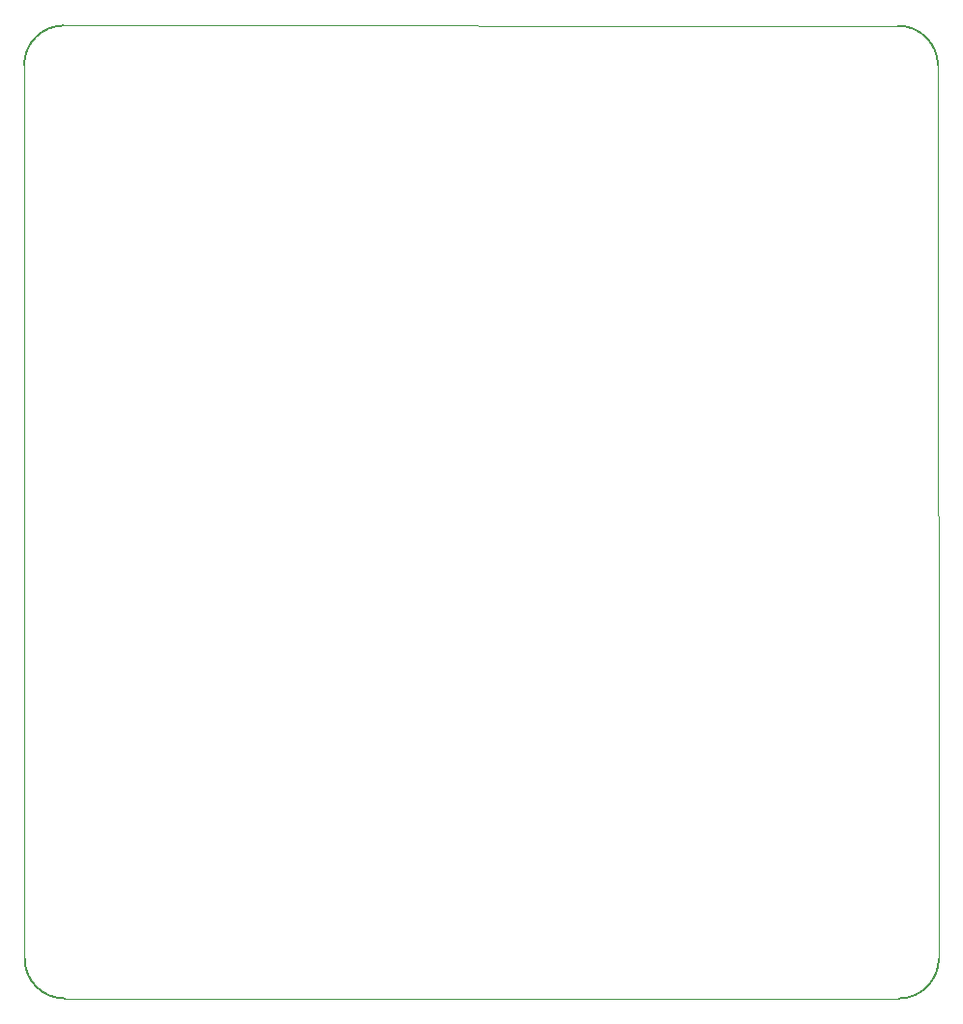
<source format=gbr>
%TF.GenerationSoftware,KiCad,Pcbnew,8.0.6*%
%TF.CreationDate,2025-01-05T12:11:02-05:00*%
%TF.ProjectId,omni-wheel,6f6d6e69-2d77-4686-9565-6c2e6b696361,rev?*%
%TF.SameCoordinates,Original*%
%TF.FileFunction,Profile,NP*%
%FSLAX46Y46*%
G04 Gerber Fmt 4.6, Leading zero omitted, Abs format (unit mm)*
G04 Created by KiCad (PCBNEW 8.0.6) date 2025-01-05 12:11:02*
%MOMM*%
%LPD*%
G01*
G04 APERTURE LIST*
%TA.AperFunction,Profile*%
%ADD10C,0.050000*%
%TD*%
%TA.AperFunction,Profile*%
%ADD11C,0.200000*%
%TD*%
G04 APERTURE END LIST*
D10*
X80674874Y-54824874D02*
X153700000Y-54850000D01*
D11*
X153700000Y-54850000D02*
G75*
G02*
X157200000Y-58350000I0J-3500000D01*
G01*
D10*
X153775126Y-140025126D02*
X80724874Y-140025126D01*
X77224874Y-136525126D02*
X77174874Y-58324874D01*
D11*
X77174874Y-58324874D02*
G75*
G02*
X80674874Y-54824874I3500026J-26D01*
G01*
X157275126Y-136525126D02*
G75*
G02*
X153775126Y-140025126I-3500026J26D01*
G01*
D10*
X157200000Y-58350000D02*
X157275126Y-136525126D01*
D11*
X80724874Y-140025126D02*
G75*
G02*
X77224874Y-136525126I26J3500026D01*
G01*
M02*

</source>
